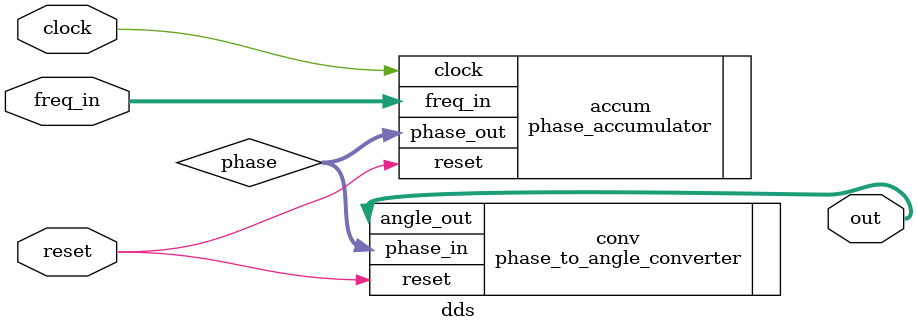
<source format=v>
module dds (
    input clock,
    input reset,
    input [3:0] freq_in,
    output [3:0] out
);

wire [3:0] phase;

phase_accumulator accum (
    .clock(clock),
    .reset(reset),
    .freq_in(freq_in),
    .phase_out(phase)
);

phase_to_angle_converter conv (
    .reset(reset),
    .phase_in(phase),
    .angle_out(out)
);

endmodule


</source>
